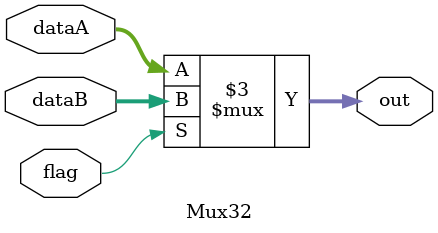
<source format=v>
module Mux32(flag, dataA, dataB, out);

	input flag;
	input[31:0] dataA, dataB;
	output reg[31:0] out;

	always@(*)
	begin
		if(flag)
			out = dataB;
		else
			out = dataA;
	end
endmodule

</source>
